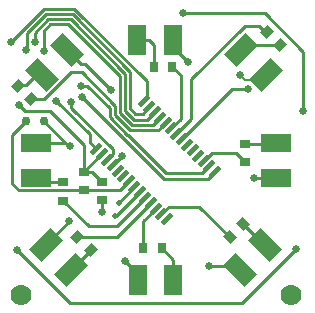
<source format=gtl>
G04*
G04 #@! TF.GenerationSoftware,Altium Limited,Altium Designer,18.1.9 (240)*
G04*
G04 Layer_Physical_Order=1*
G04 Layer_Color=255*
%FSLAX24Y24*%
%MOIN*%
G70*
G01*
G75*
%ADD10C,0.0070*%
%ADD17R,0.0350X0.0310*%
G04:AMPARAMS|DCode=18|XSize=31mil|YSize=35mil|CornerRadius=0mil|HoleSize=0mil|Usage=FLASHONLY|Rotation=135.000|XOffset=0mil|YOffset=0mil|HoleType=Round|Shape=Rectangle|*
%AMROTATEDRECTD18*
4,1,4,0.0233,0.0014,-0.0014,-0.0233,-0.0233,-0.0014,0.0014,0.0233,0.0233,0.0014,0.0*
%
%ADD18ROTATEDRECTD18*%

%ADD19R,0.0310X0.0350*%
G04:AMPARAMS|DCode=20|XSize=31mil|YSize=35mil|CornerRadius=0mil|HoleSize=0mil|Usage=FLASHONLY|Rotation=45.000|XOffset=0mil|YOffset=0mil|HoleType=Round|Shape=Rectangle|*
%AMROTATEDRECTD20*
4,1,4,0.0014,-0.0233,-0.0233,0.0014,-0.0014,0.0233,0.0233,-0.0014,0.0014,-0.0233,0.0*
%
%ADD20ROTATEDRECTD20*%

G04:AMPARAMS|DCode=21|XSize=102mil|YSize=59mil|CornerRadius=0mil|HoleSize=0mil|Usage=FLASHONLY|Rotation=315.000|XOffset=0mil|YOffset=0mil|HoleType=Round|Shape=Rectangle|*
%AMROTATEDRECTD21*
4,1,4,-0.0569,0.0152,-0.0152,0.0569,0.0569,-0.0152,0.0152,-0.0569,-0.0569,0.0152,0.0*
%
%ADD21ROTATEDRECTD21*%

%ADD22R,0.1020X0.0590*%
G04:AMPARAMS|DCode=23|XSize=102mil|YSize=59mil|CornerRadius=0mil|HoleSize=0mil|Usage=FLASHONLY|Rotation=45.000|XOffset=0mil|YOffset=0mil|HoleType=Round|Shape=Rectangle|*
%AMROTATEDRECTD23*
4,1,4,-0.0152,-0.0569,-0.0569,-0.0152,0.0152,0.0569,0.0569,0.0152,-0.0152,-0.0569,0.0*
%
%ADD23ROTATEDRECTD23*%

%ADD24R,0.0590X0.1020*%
G04:AMPARAMS|DCode=25|XSize=15.7mil|YSize=43.3mil|CornerRadius=0mil|HoleSize=0mil|Usage=FLASHONLY|Rotation=315.000|XOffset=0mil|YOffset=0mil|HoleType=Round|Shape=Rectangle|*
%AMROTATEDRECTD25*
4,1,4,-0.0209,-0.0097,0.0097,0.0209,0.0209,0.0097,-0.0097,-0.0209,-0.0209,-0.0097,0.0*
%
%ADD25ROTATEDRECTD25*%

%ADD26C,0.0197*%
%ADD27C,0.0300*%
%ADD28C,0.0260*%
%ADD29C,0.0100*%
%ADD30C,0.0700*%
D10*
X8225Y7930D02*
X8764D01*
X8060Y8095D02*
X8225Y7930D01*
X8764D02*
X8917Y8083D01*
D17*
X3470Y3910D02*
D03*
X3470Y4530D02*
D03*
X2850Y4240D02*
D03*
X2850Y4860D02*
D03*
X2160Y4520D02*
D03*
X2160Y3900D02*
D03*
X8230Y5800D02*
D03*
X8230Y5180D02*
D03*
D18*
X651Y7719D02*
D03*
X1089Y7281D02*
D03*
X2641Y2699D02*
D03*
X3079Y2261D02*
D03*
X8951Y9509D02*
D03*
X9389Y9071D02*
D03*
D19*
X5450Y2320D02*
D03*
X4830Y2320D02*
D03*
X5180Y8360D02*
D03*
X5800Y8360D02*
D03*
D20*
X7721Y2681D02*
D03*
X8159Y3119D02*
D03*
D21*
X2287Y8917D02*
D03*
X1453Y8083D02*
D03*
X8073Y1583D02*
D03*
X8907Y2417D02*
D03*
D22*
X1250Y5830D02*
D03*
Y4650D02*
D03*
X9250Y4640D02*
D03*
Y5820D02*
D03*
D23*
X1583Y2427D02*
D03*
X2417Y1593D02*
D03*
X8917Y8083D02*
D03*
X8083Y8917D02*
D03*
D24*
X4660Y1240D02*
D03*
X5840D02*
D03*
X5820Y9240D02*
D03*
X4640D02*
D03*
D25*
X3270Y5623D02*
D03*
X3451Y5442D02*
D03*
X3632Y5261D02*
D03*
X3813Y5080D02*
D03*
X3994Y4899D02*
D03*
X4175Y4718D02*
D03*
X4356Y4537D02*
D03*
X4537Y4356D02*
D03*
X4718Y4175D02*
D03*
X4899Y3994D02*
D03*
X5080Y3813D02*
D03*
X5261Y3632D02*
D03*
X5442Y3451D02*
D03*
X5623Y3270D02*
D03*
X4857Y7210D02*
D03*
X5038Y7029D02*
D03*
X5219Y6848D02*
D03*
X5400Y6667D02*
D03*
X5581Y6486D02*
D03*
X5762Y6305D02*
D03*
X5943Y6124D02*
D03*
X6124Y5943D02*
D03*
X6305Y5762D02*
D03*
X6486Y5581D02*
D03*
X6667Y5400D02*
D03*
X6848Y5219D02*
D03*
X7029Y5038D02*
D03*
X7210Y4857D02*
D03*
D26*
X4010Y3829D02*
D03*
X3880Y3390D02*
D03*
D27*
X1530Y6540D02*
D03*
X930D02*
D03*
D28*
X4120Y5387D02*
D03*
X1520Y8890D02*
D03*
X440Y9200D02*
D03*
X2786Y7356D02*
D03*
X2440Y7170D02*
D03*
X2750Y7725D02*
D03*
X3750Y7590D02*
D03*
X620Y2240D02*
D03*
X9910Y2280D02*
D03*
X3460Y3530D02*
D03*
X6170Y10140D02*
D03*
X8330Y7620D02*
D03*
X2357Y3201D02*
D03*
X690Y7096D02*
D03*
X940Y8910D02*
D03*
X1940Y7220D02*
D03*
X2380Y5710D02*
D03*
X1220Y9170D02*
D03*
X10170Y6900D02*
D03*
X4230Y1890D02*
D03*
X7029Y1730D02*
D03*
X8520Y4640D02*
D03*
X6320Y8530D02*
D03*
X8060Y8095D02*
D03*
D29*
X3813Y5080D02*
X4120Y5387D01*
X1520Y8890D02*
Y9559D01*
X2750Y7725D02*
X2975D01*
X3720Y6980D01*
X2440Y7000D02*
Y7170D01*
X4310Y6090D02*
X5590Y4810D01*
X1250Y5830D02*
X2240D01*
X2370Y5720D02*
X2380Y5710D01*
X2240Y5830D02*
X2360Y5710D01*
X1530Y6540D02*
X2240Y5830D01*
X2880Y8460D02*
X3750Y7590D01*
X620Y2240D02*
X2380Y480D01*
X8110D01*
X9910Y2280D01*
X3460Y3530D02*
Y3900D01*
X3470Y3910D01*
X690Y4235D02*
X2850D01*
X3140Y4860D02*
X3470Y4530D01*
X2850Y4860D02*
X3140D01*
X2850Y4240D02*
X4059D01*
X6170Y10140D02*
X8890D01*
X10170Y8860D01*
X7801Y7620D02*
X8330D01*
X6124Y5943D02*
X7801Y7620D01*
X2357Y3201D02*
X2360D01*
X1583Y2427D02*
X2357Y3201D01*
X1723Y6890D02*
X2850Y5763D01*
Y4860D02*
Y5763D01*
Y4860D02*
X3432Y5442D01*
X460Y6070D02*
X930Y6540D01*
X460Y4465D02*
Y6070D01*
Y4465D02*
X690Y4235D01*
X2850D02*
Y4240D01*
X896Y6890D02*
X1723D01*
X690Y7096D02*
X896Y6890D01*
X950Y8920D02*
Y9470D01*
X4059Y4240D02*
X4356Y4537D01*
X2440Y7000D02*
X3810Y5630D01*
X2786Y7356D02*
X5514Y4628D01*
X1940Y7220D02*
X3050Y6110D01*
X1380Y4520D02*
X2160D01*
X5820Y9240D02*
Y9470D01*
X3050Y5843D02*
X3270Y5623D01*
X3050Y5843D02*
Y6110D01*
X2160Y3900D02*
X3010Y3050D01*
X3810Y5439D02*
Y5630D01*
X3632Y5261D02*
X3810Y5439D01*
X1089Y7281D02*
X1542D01*
X2431Y8170D01*
X651Y7739D02*
X931D01*
X3720Y6679D02*
Y6980D01*
Y6679D02*
X4309Y6090D01*
X4310D01*
X4400Y6240D02*
X5335D01*
X4380Y6260D02*
X4400Y6240D01*
X4379Y6260D02*
X4380D01*
X3890Y6749D02*
X4379Y6260D01*
X3890Y6749D02*
Y7060D01*
X4060Y6820D02*
Y8059D01*
Y6820D02*
X4450Y6430D01*
X5163D01*
X4520Y6600D02*
X4971D01*
X4230Y6890D02*
X4520Y6600D01*
X4230Y6890D02*
Y8129D01*
X4400Y6970D02*
Y8200D01*
Y6970D02*
X4570Y6800D01*
X4810D01*
X3010Y3050D02*
X3955D01*
X4899Y3994D01*
X3933Y3390D02*
X4718Y4175D01*
X3880Y3390D02*
X3933D01*
X4010Y3829D02*
X4537Y4356D01*
X1250Y4650D02*
X1450D01*
X1220Y9170D02*
Y9499D01*
X950Y9470D02*
X1600Y10120D01*
X10170Y6900D02*
Y8860D01*
X4230Y1890D02*
X4660Y1460D01*
Y1240D02*
Y1460D01*
X7029Y1730D02*
X7926D01*
X8073Y1583D01*
X1274Y8083D02*
X1453D01*
X931Y7739D02*
X1274Y8083D01*
X4640Y9240D02*
X5020D01*
X5180Y9080D01*
Y8360D02*
Y9080D01*
X6848Y5219D02*
X7129Y5500D01*
X7910D01*
X8230Y5180D01*
X8230Y5800D02*
X9230D01*
X8520Y4640D02*
X9250D01*
X6702Y3700D02*
X7721Y2681D01*
X5690Y3700D02*
X6702D01*
X5442Y3451D02*
X5690Y3700D01*
X4830Y3201D02*
X5261Y3632D01*
X4830Y2320D02*
Y3201D01*
X5450Y2320D02*
X5840Y1930D01*
Y1240D02*
Y1930D01*
X3966Y2699D02*
X5080Y3813D01*
X2641Y2699D02*
X3966D01*
X2417Y1593D02*
X3079Y2255D01*
Y2261D01*
X8690Y9720D02*
X8901Y9509D01*
X8951D01*
X8083Y8917D02*
X8236Y9071D01*
X9389D01*
X5943Y6124D02*
X6440Y6621D01*
Y7940D01*
X8220Y9720D01*
X8690D01*
X5820Y9030D02*
X6320Y8530D01*
X5820Y9030D02*
Y9240D01*
X5800Y8360D02*
X6080Y8080D01*
Y6623D02*
Y8080D01*
X5762Y6305D02*
X6080Y6623D01*
X4971Y6600D02*
X5219Y6848D01*
X4810Y6800D02*
X5038Y7029D01*
X5790Y1290D02*
X5840Y1240D01*
X8861Y2417D02*
X8907D01*
X8159Y3119D02*
X8861Y2417D01*
X5590Y4810D02*
X6800D01*
X5514Y4628D02*
X6980D01*
X7210Y4857D01*
X6800Y4810D02*
X7029Y5038D01*
X2780Y8170D02*
X3890Y7060D01*
X2744Y8460D02*
X2880D01*
X2287Y8917D02*
X2744Y8460D01*
X2431Y8170D02*
X2780D01*
X5163Y6430D02*
X5400Y6667D01*
X5335Y6240D02*
X5581Y6486D01*
X1520Y9559D02*
X1741Y9780D01*
X2339D01*
X4060Y8059D01*
X1220Y9499D02*
X1670Y9950D01*
X2410D01*
X2480Y10120D02*
X4400Y8200D01*
X2410Y9950D02*
X4230Y8129D01*
X1600Y10120D02*
X2480D01*
X4951Y7320D02*
Y7889D01*
X2540Y10300D02*
X4951Y7889D01*
X1620Y10300D02*
X2540D01*
X450Y9210D02*
X1540Y10300D01*
X1620D01*
X1620Y10300D01*
X4857Y7226D02*
X4951Y7320D01*
X4857Y7210D02*
Y7226D01*
D30*
X750Y750D02*
D03*
X9750D02*
D03*
M02*

</source>
